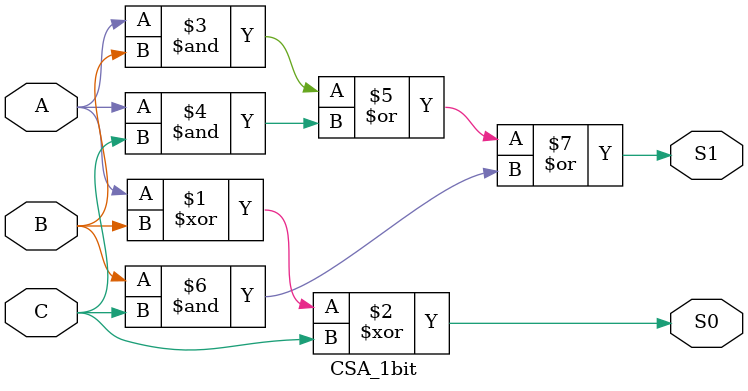
<source format=v>
module CSA_1bit (S1, S0, A, B, C);

output S1, S0;
input A, B, C;

assign S0 = A ^ B ^ C;
assign S1 = (A & B) | (A & C) | (B & C);

endmodule


</source>
